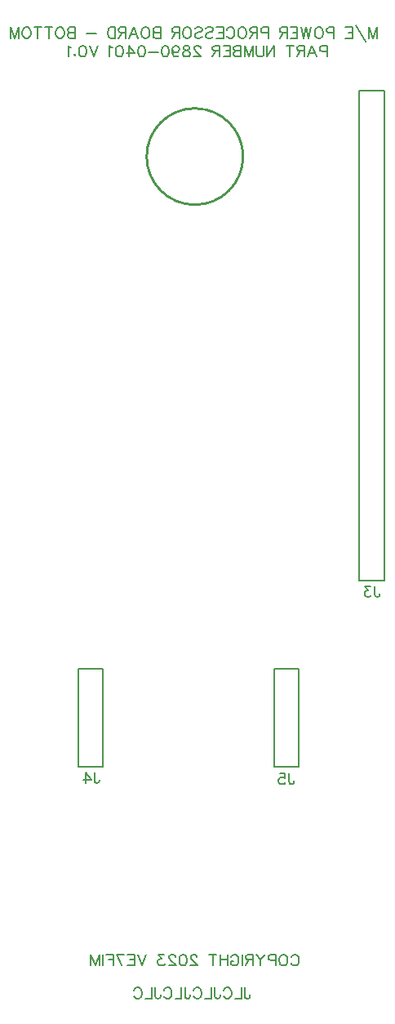
<source format=gbo>
G04 Layer: BottomSilkscreenLayer*
G04 EasyEDA v6.5.29, 2023-07-18 11:37:26*
G04 44a429887d2946ba859a18da238e0ce0,5a6b42c53f6a479593ecc07194224c93,10*
G04 Gerber Generator version 0.2*
G04 Scale: 100 percent, Rotated: No, Reflected: No *
G04 Dimensions in millimeters *
G04 leading zeros omitted , absolute positions ,4 integer and 5 decimal *
%FSLAX45Y45*%
%MOMM*%

%ADD10C,0.2032*%
%ADD11C,0.1524*%
%ADD12C,0.2030*%
%ADD13C,0.2540*%

%LPD*%
D10*
X3029681Y2202017D02*
G01*
X3035137Y2212926D01*
X3046046Y2223836D01*
X3056953Y2229289D01*
X3078772Y2229289D01*
X3089681Y2223836D01*
X3100590Y2212926D01*
X3106046Y2202017D01*
X3111500Y2185654D01*
X3111500Y2158382D01*
X3106046Y2142017D01*
X3100590Y2131108D01*
X3089681Y2120198D01*
X3078772Y2114745D01*
X3056953Y2114745D01*
X3046046Y2120198D01*
X3035137Y2131108D01*
X3029681Y2142017D01*
X2960954Y2229289D02*
G01*
X2971863Y2223836D01*
X2982772Y2212926D01*
X2988228Y2202017D01*
X2993682Y2185654D01*
X2993682Y2158382D01*
X2988228Y2142017D01*
X2982772Y2131108D01*
X2971863Y2120198D01*
X2960954Y2114745D01*
X2939135Y2114745D01*
X2928228Y2120198D01*
X2917319Y2131108D01*
X2911863Y2142017D01*
X2906410Y2158382D01*
X2906410Y2185654D01*
X2911863Y2202017D01*
X2917319Y2212926D01*
X2928228Y2223836D01*
X2939135Y2229289D01*
X2960954Y2229289D01*
X2870410Y2229289D02*
G01*
X2870410Y2114745D01*
X2870410Y2229289D02*
G01*
X2821317Y2229289D01*
X2804955Y2223836D01*
X2799501Y2218382D01*
X2794045Y2207473D01*
X2794045Y2191108D01*
X2799501Y2180198D01*
X2804955Y2174745D01*
X2821317Y2169289D01*
X2870410Y2169289D01*
X2758046Y2229289D02*
G01*
X2714409Y2174745D01*
X2714409Y2114745D01*
X2670774Y2229289D02*
G01*
X2714409Y2174745D01*
X2634772Y2229289D02*
G01*
X2634772Y2114745D01*
X2634772Y2229289D02*
G01*
X2585681Y2229289D01*
X2569319Y2223836D01*
X2563865Y2218382D01*
X2558409Y2207473D01*
X2558409Y2196564D01*
X2563865Y2185654D01*
X2569319Y2180198D01*
X2585681Y2174745D01*
X2634772Y2174745D01*
X2596591Y2174745D02*
G01*
X2558409Y2114745D01*
X2522410Y2229289D02*
G01*
X2522410Y2114745D01*
X2404592Y2202017D02*
G01*
X2410045Y2212926D01*
X2420955Y2223836D01*
X2431864Y2229289D01*
X2453683Y2229289D01*
X2464592Y2223836D01*
X2475501Y2212926D01*
X2480955Y2202017D01*
X2486411Y2185654D01*
X2486411Y2158382D01*
X2480955Y2142017D01*
X2475501Y2131108D01*
X2464592Y2120198D01*
X2453683Y2114745D01*
X2431864Y2114745D01*
X2420955Y2120198D01*
X2410045Y2131108D01*
X2404592Y2142017D01*
X2404592Y2158382D01*
X2431864Y2158382D02*
G01*
X2404592Y2158382D01*
X2368593Y2229289D02*
G01*
X2368593Y2114745D01*
X2292228Y2229289D02*
G01*
X2292228Y2114745D01*
X2368593Y2174745D02*
G01*
X2292228Y2174745D01*
X2218047Y2229289D02*
G01*
X2218047Y2114745D01*
X2256228Y2229289D02*
G01*
X2179866Y2229289D01*
X2054410Y2202017D02*
G01*
X2054410Y2207473D01*
X2048957Y2218382D01*
X2043501Y2223836D01*
X2032591Y2229289D01*
X2010775Y2229289D01*
X1999866Y2223836D01*
X1994410Y2218382D01*
X1988957Y2207473D01*
X1988957Y2196564D01*
X1994410Y2185654D01*
X2005319Y2169289D01*
X2059866Y2114745D01*
X1983501Y2114745D01*
X1914773Y2229289D02*
G01*
X1931139Y2223836D01*
X1942048Y2207473D01*
X1947501Y2180198D01*
X1947501Y2163836D01*
X1942048Y2136564D01*
X1931139Y2120198D01*
X1914773Y2114745D01*
X1903867Y2114745D01*
X1887501Y2120198D01*
X1876592Y2136564D01*
X1871139Y2163836D01*
X1871139Y2180198D01*
X1876592Y2207473D01*
X1887501Y2223836D01*
X1903867Y2229289D01*
X1914773Y2229289D01*
X1829683Y2202017D02*
G01*
X1829683Y2207473D01*
X1824230Y2218382D01*
X1818774Y2223836D01*
X1807865Y2229289D01*
X1786049Y2229289D01*
X1775139Y2223836D01*
X1769684Y2218382D01*
X1764230Y2207473D01*
X1764230Y2196564D01*
X1769684Y2185654D01*
X1780593Y2169289D01*
X1835139Y2114745D01*
X1758774Y2114745D01*
X1711866Y2229289D02*
G01*
X1651866Y2229289D01*
X1684594Y2185654D01*
X1668231Y2185654D01*
X1657322Y2180198D01*
X1651866Y2174745D01*
X1646412Y2158382D01*
X1646412Y2147473D01*
X1651866Y2131108D01*
X1662775Y2120198D01*
X1679138Y2114745D01*
X1695503Y2114745D01*
X1711866Y2120198D01*
X1717321Y2125654D01*
X1722775Y2136564D01*
X1526413Y2229289D02*
G01*
X1482775Y2114745D01*
X1439138Y2229289D02*
G01*
X1482775Y2114745D01*
X1403139Y2229289D02*
G01*
X1403139Y2114745D01*
X1403139Y2229289D02*
G01*
X1332229Y2229289D01*
X1403139Y2174745D02*
G01*
X1359504Y2174745D01*
X1403139Y2114745D02*
G01*
X1332229Y2114745D01*
X1219868Y2229289D02*
G01*
X1274411Y2114745D01*
X1296230Y2229289D02*
G01*
X1219868Y2229289D01*
X1183868Y2229289D02*
G01*
X1183868Y2114745D01*
X1183868Y2229289D02*
G01*
X1112959Y2229289D01*
X1183868Y2174745D02*
G01*
X1140231Y2174745D01*
X1076957Y2229289D02*
G01*
X1076957Y2114745D01*
X1040958Y2229289D02*
G01*
X1040958Y2114745D01*
X1040958Y2229289D02*
G01*
X997323Y2114745D01*
X953686Y2229289D02*
G01*
X997323Y2114745D01*
X953686Y2229289D02*
G01*
X953686Y2114745D01*
X2548890Y1886457D02*
G01*
X2548890Y1799081D01*
X2554477Y1782826D01*
X2559811Y1777237D01*
X2570734Y1771904D01*
X2581656Y1771904D01*
X2592577Y1777237D01*
X2598165Y1782826D01*
X2603500Y1799081D01*
X2603500Y1810004D01*
X2513075Y1886457D02*
G01*
X2513075Y1771904D01*
X2513075Y1771904D02*
G01*
X2447543Y1771904D01*
X2329688Y1859026D02*
G01*
X2335022Y1869947D01*
X2345943Y1880870D01*
X2356865Y1886457D01*
X2378709Y1886457D01*
X2389631Y1880870D01*
X2400554Y1869947D01*
X2406141Y1859026D01*
X2411475Y1842770D01*
X2411475Y1815592D01*
X2406141Y1799081D01*
X2400554Y1788160D01*
X2389631Y1777237D01*
X2378709Y1771904D01*
X2356865Y1771904D01*
X2345943Y1777237D01*
X2335022Y1788160D01*
X2329688Y1799081D01*
X2239263Y1886457D02*
G01*
X2239263Y1799081D01*
X2244597Y1782826D01*
X2249931Y1777237D01*
X2260854Y1771904D01*
X2271775Y1771904D01*
X2282697Y1777237D01*
X2288286Y1782826D01*
X2293620Y1799081D01*
X2293620Y1810004D01*
X2203195Y1886457D02*
G01*
X2203195Y1771904D01*
X2203195Y1771904D02*
G01*
X2137663Y1771904D01*
X2019808Y1859026D02*
G01*
X2025395Y1869947D01*
X2036318Y1880870D01*
X2047240Y1886457D01*
X2068829Y1886457D01*
X2079752Y1880870D01*
X2090674Y1869947D01*
X2096261Y1859026D01*
X2101595Y1842770D01*
X2101595Y1815592D01*
X2096261Y1799081D01*
X2090674Y1788160D01*
X2079752Y1777237D01*
X2068829Y1771904D01*
X2047240Y1771904D01*
X2036318Y1777237D01*
X2025395Y1788160D01*
X2019808Y1799081D01*
X1929384Y1886457D02*
G01*
X1929384Y1799081D01*
X1934718Y1782826D01*
X1940306Y1777237D01*
X1951227Y1771904D01*
X1962150Y1771904D01*
X1973072Y1777237D01*
X1978406Y1782826D01*
X1983740Y1799081D01*
X1983740Y1810004D01*
X1893315Y1886457D02*
G01*
X1893315Y1771904D01*
X1893315Y1771904D02*
G01*
X1827784Y1771904D01*
X1709927Y1859026D02*
G01*
X1715515Y1869947D01*
X1726438Y1880870D01*
X1737359Y1886457D01*
X1759204Y1886457D01*
X1770125Y1880870D01*
X1781047Y1869947D01*
X1786381Y1859026D01*
X1791970Y1842770D01*
X1791970Y1815592D01*
X1786381Y1799081D01*
X1781047Y1788160D01*
X1770125Y1777237D01*
X1759204Y1771904D01*
X1737359Y1771904D01*
X1726438Y1777237D01*
X1715515Y1788160D01*
X1709927Y1799081D01*
X1619504Y1886457D02*
G01*
X1619504Y1799081D01*
X1624838Y1782826D01*
X1630425Y1777237D01*
X1641347Y1771904D01*
X1652270Y1771904D01*
X1663191Y1777237D01*
X1668525Y1782826D01*
X1674113Y1799081D01*
X1674113Y1810004D01*
X1583436Y1886457D02*
G01*
X1583436Y1771904D01*
X1583436Y1771904D02*
G01*
X1518158Y1771904D01*
X1400302Y1859026D02*
G01*
X1405636Y1869947D01*
X1416558Y1880870D01*
X1427479Y1886457D01*
X1449324Y1886457D01*
X1460245Y1880870D01*
X1471168Y1869947D01*
X1476502Y1859026D01*
X1482090Y1842770D01*
X1482090Y1815592D01*
X1476502Y1799081D01*
X1471168Y1788160D01*
X1460245Y1777237D01*
X1449324Y1771904D01*
X1427479Y1771904D01*
X1416558Y1777237D01*
X1405636Y1788160D01*
X1400302Y1799081D01*
X3924300Y11843189D02*
G01*
X3924300Y11728645D01*
X3924300Y11843189D02*
G01*
X3880662Y11728645D01*
X3837028Y11843189D02*
G01*
X3880662Y11728645D01*
X3837028Y11843189D02*
G01*
X3837028Y11728645D01*
X3702845Y11865008D02*
G01*
X3801028Y11690464D01*
X3666845Y11843189D02*
G01*
X3666845Y11728645D01*
X3666845Y11843189D02*
G01*
X3595936Y11843189D01*
X3666845Y11788645D02*
G01*
X3623210Y11788645D01*
X3666845Y11728645D02*
G01*
X3595936Y11728645D01*
X3475936Y11843189D02*
G01*
X3475936Y11728645D01*
X3475936Y11843189D02*
G01*
X3426846Y11843189D01*
X3410483Y11837736D01*
X3405027Y11832282D01*
X3399574Y11821373D01*
X3399574Y11805008D01*
X3405027Y11794098D01*
X3410483Y11788645D01*
X3426846Y11783189D01*
X3475936Y11783189D01*
X3330846Y11843189D02*
G01*
X3341756Y11837736D01*
X3352665Y11826826D01*
X3358118Y11815917D01*
X3363574Y11799554D01*
X3363574Y11772282D01*
X3358118Y11755917D01*
X3352665Y11745008D01*
X3341756Y11734098D01*
X3330846Y11728645D01*
X3309028Y11728645D01*
X3298118Y11734098D01*
X3287209Y11745008D01*
X3281756Y11755917D01*
X3276300Y11772282D01*
X3276300Y11799554D01*
X3281756Y11815917D01*
X3287209Y11826826D01*
X3298118Y11837736D01*
X3309028Y11843189D01*
X3330846Y11843189D01*
X3240300Y11843189D02*
G01*
X3213028Y11728645D01*
X3185756Y11843189D02*
G01*
X3213028Y11728645D01*
X3185756Y11843189D02*
G01*
X3158482Y11728645D01*
X3131210Y11843189D02*
G01*
X3158482Y11728645D01*
X3095210Y11843189D02*
G01*
X3095210Y11728645D01*
X3095210Y11843189D02*
G01*
X3024301Y11843189D01*
X3095210Y11788645D02*
G01*
X3051573Y11788645D01*
X3095210Y11728645D02*
G01*
X3024301Y11728645D01*
X2988302Y11843189D02*
G01*
X2988302Y11728645D01*
X2988302Y11843189D02*
G01*
X2939211Y11843189D01*
X2922846Y11837736D01*
X2917393Y11832282D01*
X2911937Y11821373D01*
X2911937Y11810464D01*
X2917393Y11799554D01*
X2922846Y11794098D01*
X2939211Y11788645D01*
X2988302Y11788645D01*
X2950121Y11788645D02*
G01*
X2911937Y11728645D01*
X2791937Y11843189D02*
G01*
X2791937Y11728645D01*
X2791937Y11843189D02*
G01*
X2742846Y11843189D01*
X2726484Y11837736D01*
X2721030Y11832282D01*
X2715574Y11821373D01*
X2715574Y11805008D01*
X2721030Y11794098D01*
X2726484Y11788645D01*
X2742846Y11783189D01*
X2791937Y11783189D01*
X2679575Y11843189D02*
G01*
X2679575Y11728645D01*
X2679575Y11843189D02*
G01*
X2630484Y11843189D01*
X2614119Y11837736D01*
X2608666Y11832282D01*
X2603212Y11821373D01*
X2603212Y11810464D01*
X2608666Y11799554D01*
X2614119Y11794098D01*
X2630484Y11788645D01*
X2679575Y11788645D01*
X2641394Y11788645D02*
G01*
X2603212Y11728645D01*
X2534485Y11843189D02*
G01*
X2545392Y11837736D01*
X2556301Y11826826D01*
X2561757Y11815917D01*
X2567211Y11799554D01*
X2567211Y11772282D01*
X2561757Y11755917D01*
X2556301Y11745008D01*
X2545392Y11734098D01*
X2534485Y11728645D01*
X2512667Y11728645D01*
X2501757Y11734098D01*
X2490848Y11745008D01*
X2485392Y11755917D01*
X2479939Y11772282D01*
X2479939Y11799554D01*
X2485392Y11815917D01*
X2490848Y11826826D01*
X2501757Y11837736D01*
X2512667Y11843189D01*
X2534485Y11843189D01*
X2362121Y11815917D02*
G01*
X2367574Y11826826D01*
X2378483Y11837736D01*
X2389393Y11843189D01*
X2411211Y11843189D01*
X2422121Y11837736D01*
X2433030Y11826826D01*
X2438483Y11815917D01*
X2443939Y11799554D01*
X2443939Y11772282D01*
X2438483Y11755917D01*
X2433030Y11745008D01*
X2422121Y11734098D01*
X2411211Y11728645D01*
X2389393Y11728645D01*
X2378483Y11734098D01*
X2367574Y11745008D01*
X2362121Y11755917D01*
X2326121Y11843189D02*
G01*
X2326121Y11728645D01*
X2326121Y11843189D02*
G01*
X2255212Y11843189D01*
X2326121Y11788645D02*
G01*
X2282484Y11788645D01*
X2326121Y11728645D02*
G01*
X2255212Y11728645D01*
X2142848Y11826826D02*
G01*
X2153757Y11837736D01*
X2170122Y11843189D01*
X2191938Y11843189D01*
X2208303Y11837736D01*
X2219213Y11826826D01*
X2219213Y11815917D01*
X2213757Y11805008D01*
X2208303Y11799554D01*
X2197394Y11794098D01*
X2164666Y11783189D01*
X2153757Y11777736D01*
X2148304Y11772282D01*
X2142848Y11761373D01*
X2142848Y11745008D01*
X2153757Y11734098D01*
X2170122Y11728645D01*
X2191938Y11728645D01*
X2208303Y11734098D01*
X2219213Y11745008D01*
X2030486Y11826826D02*
G01*
X2041395Y11837736D01*
X2057758Y11843189D01*
X2079576Y11843189D01*
X2095939Y11837736D01*
X2106848Y11826826D01*
X2106848Y11815917D01*
X2101395Y11805008D01*
X2095939Y11799554D01*
X2085030Y11794098D01*
X2052304Y11783189D01*
X2041395Y11777736D01*
X2035939Y11772282D01*
X2030486Y11761373D01*
X2030486Y11745008D01*
X2041395Y11734098D01*
X2057758Y11728645D01*
X2079576Y11728645D01*
X2095939Y11734098D01*
X2106848Y11745008D01*
X1961758Y11843189D02*
G01*
X1972668Y11837736D01*
X1983577Y11826826D01*
X1989030Y11815917D01*
X1994486Y11799554D01*
X1994486Y11772282D01*
X1989030Y11755917D01*
X1983577Y11745008D01*
X1972668Y11734098D01*
X1961758Y11728645D01*
X1939940Y11728645D01*
X1929030Y11734098D01*
X1918121Y11745008D01*
X1912668Y11755917D01*
X1907212Y11772282D01*
X1907212Y11799554D01*
X1912668Y11815917D01*
X1918121Y11826826D01*
X1929030Y11837736D01*
X1939940Y11843189D01*
X1961758Y11843189D01*
X1871212Y11843189D02*
G01*
X1871212Y11728645D01*
X1871212Y11843189D02*
G01*
X1822122Y11843189D01*
X1805759Y11837736D01*
X1800303Y11832282D01*
X1794850Y11821373D01*
X1794850Y11810464D01*
X1800303Y11799554D01*
X1805759Y11794098D01*
X1822122Y11788645D01*
X1871212Y11788645D01*
X1833031Y11788645D02*
G01*
X1794850Y11728645D01*
X1674850Y11843189D02*
G01*
X1674850Y11728645D01*
X1674850Y11843189D02*
G01*
X1625760Y11843189D01*
X1609394Y11837736D01*
X1603941Y11832282D01*
X1598485Y11821373D01*
X1598485Y11810464D01*
X1603941Y11799554D01*
X1609394Y11794098D01*
X1625760Y11788645D01*
X1674850Y11788645D02*
G01*
X1625760Y11788645D01*
X1609394Y11783189D01*
X1603941Y11777736D01*
X1598485Y11766826D01*
X1598485Y11750464D01*
X1603941Y11739554D01*
X1609394Y11734098D01*
X1625760Y11728645D01*
X1674850Y11728645D01*
X1529758Y11843189D02*
G01*
X1540667Y11837736D01*
X1551576Y11826826D01*
X1557032Y11815917D01*
X1562486Y11799554D01*
X1562486Y11772282D01*
X1557032Y11755917D01*
X1551576Y11745008D01*
X1540667Y11734098D01*
X1529758Y11728645D01*
X1507942Y11728645D01*
X1497032Y11734098D01*
X1486123Y11745008D01*
X1480667Y11755917D01*
X1475214Y11772282D01*
X1475214Y11799554D01*
X1480667Y11815917D01*
X1486123Y11826826D01*
X1497032Y11837736D01*
X1507942Y11843189D01*
X1529758Y11843189D01*
X1395577Y11843189D02*
G01*
X1439214Y11728645D01*
X1395577Y11843189D02*
G01*
X1351940Y11728645D01*
X1422849Y11766826D02*
G01*
X1368305Y11766826D01*
X1315940Y11843189D02*
G01*
X1315940Y11728645D01*
X1315940Y11843189D02*
G01*
X1266850Y11843189D01*
X1250487Y11837736D01*
X1245031Y11832282D01*
X1239578Y11821373D01*
X1239578Y11810464D01*
X1245031Y11799554D01*
X1250487Y11794098D01*
X1266850Y11788645D01*
X1315940Y11788645D01*
X1277759Y11788645D02*
G01*
X1239578Y11728645D01*
X1203579Y11843189D02*
G01*
X1203579Y11728645D01*
X1203579Y11843189D02*
G01*
X1165395Y11843189D01*
X1149032Y11837736D01*
X1138123Y11826826D01*
X1132669Y11815917D01*
X1127213Y11799554D01*
X1127213Y11772282D01*
X1132669Y11755917D01*
X1138123Y11745008D01*
X1149032Y11734098D01*
X1165395Y11728645D01*
X1203579Y11728645D01*
X1007214Y11777736D02*
G01*
X909032Y11777736D01*
X789033Y11843189D02*
G01*
X789033Y11728645D01*
X789033Y11843189D02*
G01*
X739942Y11843189D01*
X723579Y11837736D01*
X718124Y11832282D01*
X712670Y11821373D01*
X712670Y11810464D01*
X718124Y11799554D01*
X723579Y11794098D01*
X739942Y11788645D01*
X789033Y11788645D02*
G01*
X739942Y11788645D01*
X723579Y11783189D01*
X718124Y11777736D01*
X712670Y11766826D01*
X712670Y11750464D01*
X718124Y11739554D01*
X723579Y11734098D01*
X739942Y11728645D01*
X789033Y11728645D01*
X643943Y11843189D02*
G01*
X654852Y11837736D01*
X665761Y11826826D01*
X671215Y11815917D01*
X676671Y11799554D01*
X676671Y11772282D01*
X671215Y11755917D01*
X665761Y11745008D01*
X654852Y11734098D01*
X643943Y11728645D01*
X622124Y11728645D01*
X611215Y11734098D01*
X600306Y11745008D01*
X594852Y11755917D01*
X589396Y11772282D01*
X589396Y11799554D01*
X594852Y11815917D01*
X600306Y11826826D01*
X611215Y11837736D01*
X622124Y11843189D01*
X643943Y11843189D01*
X515216Y11843189D02*
G01*
X515216Y11728645D01*
X553397Y11843189D02*
G01*
X477034Y11843189D01*
X402851Y11843189D02*
G01*
X402851Y11728645D01*
X441035Y11843189D02*
G01*
X364670Y11843189D01*
X295943Y11843189D02*
G01*
X306852Y11837736D01*
X317761Y11826826D01*
X323217Y11815917D01*
X328670Y11799554D01*
X328670Y11772282D01*
X323217Y11755917D01*
X317761Y11745008D01*
X306852Y11734098D01*
X295943Y11728645D01*
X274124Y11728645D01*
X263217Y11734098D01*
X252308Y11745008D01*
X246852Y11755917D01*
X241399Y11772282D01*
X241399Y11799554D01*
X246852Y11815917D01*
X252308Y11826826D01*
X263217Y11837736D01*
X274124Y11843189D01*
X295943Y11843189D01*
X205397Y11843189D02*
G01*
X205397Y11728645D01*
X205397Y11843189D02*
G01*
X161762Y11728645D01*
X118125Y11843189D02*
G01*
X161762Y11728645D01*
X118125Y11843189D02*
G01*
X118125Y11728645D01*
X3403600Y11652689D02*
G01*
X3403600Y11538145D01*
X3403600Y11652689D02*
G01*
X3354509Y11652689D01*
X3338146Y11647236D01*
X3332690Y11641782D01*
X3327237Y11630873D01*
X3327237Y11614508D01*
X3332690Y11603598D01*
X3338146Y11598145D01*
X3354509Y11592689D01*
X3403600Y11592689D01*
X3247600Y11652689D02*
G01*
X3291235Y11538145D01*
X3247600Y11652689D02*
G01*
X3203963Y11538145D01*
X3274872Y11576326D02*
G01*
X3220328Y11576326D01*
X3167964Y11652689D02*
G01*
X3167964Y11538145D01*
X3167964Y11652689D02*
G01*
X3118873Y11652689D01*
X3102510Y11647236D01*
X3097055Y11641782D01*
X3091601Y11630873D01*
X3091601Y11619964D01*
X3097055Y11609054D01*
X3102510Y11603598D01*
X3118873Y11598145D01*
X3167964Y11598145D01*
X3129782Y11598145D02*
G01*
X3091601Y11538145D01*
X3017418Y11652689D02*
G01*
X3017418Y11538145D01*
X3055599Y11652689D02*
G01*
X2979237Y11652689D01*
X2859237Y11652689D02*
G01*
X2859237Y11538145D01*
X2859237Y11652689D02*
G01*
X2782874Y11538145D01*
X2782874Y11652689D02*
G01*
X2782874Y11538145D01*
X2746872Y11652689D02*
G01*
X2746872Y11570873D01*
X2741419Y11554508D01*
X2730510Y11543598D01*
X2714147Y11538145D01*
X2703238Y11538145D01*
X2686872Y11543598D01*
X2675966Y11554508D01*
X2670510Y11570873D01*
X2670510Y11652689D01*
X2634510Y11652689D02*
G01*
X2634510Y11538145D01*
X2634510Y11652689D02*
G01*
X2590873Y11538145D01*
X2547238Y11652689D02*
G01*
X2590873Y11538145D01*
X2547238Y11652689D02*
G01*
X2547238Y11538145D01*
X2511237Y11652689D02*
G01*
X2511237Y11538145D01*
X2511237Y11652689D02*
G01*
X2462146Y11652689D01*
X2445783Y11647236D01*
X2440330Y11641782D01*
X2434874Y11630873D01*
X2434874Y11619964D01*
X2440330Y11609054D01*
X2445783Y11603598D01*
X2462146Y11598145D01*
X2511237Y11598145D02*
G01*
X2462146Y11598145D01*
X2445783Y11592689D01*
X2440330Y11587236D01*
X2434874Y11576326D01*
X2434874Y11559964D01*
X2440330Y11549054D01*
X2445783Y11543598D01*
X2462146Y11538145D01*
X2511237Y11538145D01*
X2398875Y11652689D02*
G01*
X2398875Y11538145D01*
X2398875Y11652689D02*
G01*
X2327965Y11652689D01*
X2398875Y11598145D02*
G01*
X2355237Y11598145D01*
X2398875Y11538145D02*
G01*
X2327965Y11538145D01*
X2291966Y11652689D02*
G01*
X2291966Y11538145D01*
X2291966Y11652689D02*
G01*
X2242875Y11652689D01*
X2226510Y11647236D01*
X2221057Y11641782D01*
X2215601Y11630873D01*
X2215601Y11619964D01*
X2221057Y11609054D01*
X2226510Y11603598D01*
X2242875Y11598145D01*
X2291966Y11598145D01*
X2253785Y11598145D02*
G01*
X2215601Y11538145D01*
X2090148Y11625417D02*
G01*
X2090148Y11630873D01*
X2084692Y11641782D01*
X2079238Y11647236D01*
X2068329Y11652689D01*
X2046511Y11652689D01*
X2035601Y11647236D01*
X2030148Y11641782D01*
X2024692Y11630873D01*
X2024692Y11619964D01*
X2030148Y11609054D01*
X2041057Y11592689D01*
X2095601Y11538145D01*
X2019239Y11538145D01*
X1955967Y11652689D02*
G01*
X1972330Y11647236D01*
X1977783Y11636326D01*
X1977783Y11625417D01*
X1972330Y11614508D01*
X1961421Y11609054D01*
X1939602Y11603598D01*
X1923239Y11598145D01*
X1912330Y11587236D01*
X1906874Y11576326D01*
X1906874Y11559964D01*
X1912330Y11549054D01*
X1917783Y11543598D01*
X1934149Y11538145D01*
X1955967Y11538145D01*
X1972330Y11543598D01*
X1977783Y11549054D01*
X1983239Y11559964D01*
X1983239Y11576326D01*
X1977783Y11587236D01*
X1966874Y11598145D01*
X1950511Y11603598D01*
X1928693Y11609054D01*
X1917783Y11614508D01*
X1912330Y11625417D01*
X1912330Y11636326D01*
X1917783Y11647236D01*
X1934149Y11652689D01*
X1955967Y11652689D01*
X1799965Y11614508D02*
G01*
X1805421Y11598145D01*
X1816331Y11587236D01*
X1832693Y11581782D01*
X1838149Y11581782D01*
X1854512Y11587236D01*
X1865421Y11598145D01*
X1870875Y11614508D01*
X1870875Y11619964D01*
X1865421Y11636326D01*
X1854512Y11647236D01*
X1838149Y11652689D01*
X1832693Y11652689D01*
X1816331Y11647236D01*
X1805421Y11636326D01*
X1799965Y11614508D01*
X1799965Y11587236D01*
X1805421Y11559964D01*
X1816331Y11543598D01*
X1832693Y11538145D01*
X1843603Y11538145D01*
X1859965Y11543598D01*
X1865421Y11554508D01*
X1731238Y11652689D02*
G01*
X1747603Y11647236D01*
X1758513Y11630873D01*
X1763966Y11603598D01*
X1763966Y11587236D01*
X1758513Y11559964D01*
X1747603Y11543598D01*
X1731238Y11538145D01*
X1720331Y11538145D01*
X1703966Y11543598D01*
X1693057Y11559964D01*
X1687603Y11587236D01*
X1687603Y11603598D01*
X1693057Y11630873D01*
X1703966Y11647236D01*
X1720331Y11652689D01*
X1731238Y11652689D01*
X1651604Y11587236D02*
G01*
X1553420Y11587236D01*
X1484693Y11652689D02*
G01*
X1501058Y11647236D01*
X1511968Y11630873D01*
X1517421Y11603598D01*
X1517421Y11587236D01*
X1511968Y11559964D01*
X1501058Y11543598D01*
X1484693Y11538145D01*
X1473786Y11538145D01*
X1457421Y11543598D01*
X1446512Y11559964D01*
X1441058Y11587236D01*
X1441058Y11603598D01*
X1446512Y11630873D01*
X1457421Y11647236D01*
X1473786Y11652689D01*
X1484693Y11652689D01*
X1350512Y11652689D02*
G01*
X1405059Y11576326D01*
X1323240Y11576326D01*
X1350512Y11652689D02*
G01*
X1350512Y11538145D01*
X1254513Y11652689D02*
G01*
X1270876Y11647236D01*
X1281785Y11630873D01*
X1287241Y11603598D01*
X1287241Y11587236D01*
X1281785Y11559964D01*
X1270876Y11543598D01*
X1254513Y11538145D01*
X1243604Y11538145D01*
X1227241Y11543598D01*
X1216332Y11559964D01*
X1210876Y11587236D01*
X1210876Y11603598D01*
X1216332Y11630873D01*
X1227241Y11647236D01*
X1243604Y11652689D01*
X1254513Y11652689D01*
X1174877Y11630873D02*
G01*
X1163967Y11636326D01*
X1147605Y11652689D01*
X1147605Y11538145D01*
X1027605Y11652689D02*
G01*
X983968Y11538145D01*
X940333Y11652689D02*
G01*
X983968Y11538145D01*
X871606Y11652689D02*
G01*
X887968Y11647236D01*
X898878Y11630873D01*
X904331Y11603598D01*
X904331Y11587236D01*
X898878Y11559964D01*
X887968Y11543598D01*
X871606Y11538145D01*
X860696Y11538145D01*
X844331Y11543598D01*
X833422Y11559964D01*
X827968Y11587236D01*
X827968Y11603598D01*
X833422Y11630873D01*
X844331Y11647236D01*
X860696Y11652689D01*
X871606Y11652689D01*
X786513Y11565417D02*
G01*
X791969Y11559964D01*
X786513Y11554508D01*
X781060Y11559964D01*
X786513Y11565417D01*
X745060Y11630873D02*
G01*
X734151Y11636326D01*
X717786Y11652689D01*
X717786Y11538145D01*
D11*
X3897744Y6046238D02*
G01*
X3897744Y5963112D01*
X3902941Y5947524D01*
X3908135Y5942329D01*
X3918526Y5937135D01*
X3928917Y5937135D01*
X3939308Y5942329D01*
X3944505Y5947524D01*
X3949700Y5963112D01*
X3949700Y5973503D01*
X3853065Y6046238D02*
G01*
X3795915Y6046238D01*
X3827086Y6004674D01*
X3811501Y6004674D01*
X3801109Y5999479D01*
X3795915Y5994285D01*
X3790718Y5978697D01*
X3790718Y5968306D01*
X3795915Y5952721D01*
X3806304Y5942329D01*
X3821892Y5937135D01*
X3837477Y5937135D01*
X3853065Y5942329D01*
X3858259Y5947524D01*
X3863454Y5957915D01*
X989418Y4116651D02*
G01*
X989418Y4033525D01*
X994615Y4017937D01*
X999810Y4012742D01*
X1010201Y4007548D01*
X1020592Y4007548D01*
X1030983Y4012742D01*
X1036180Y4017937D01*
X1041374Y4033525D01*
X1041374Y4043916D01*
X903175Y4116651D02*
G01*
X955128Y4043916D01*
X877199Y4043916D01*
X903175Y4116651D02*
G01*
X903175Y4007548D01*
X3008718Y4103951D02*
G01*
X3008718Y4020825D01*
X3013915Y4005237D01*
X3019110Y4000042D01*
X3029501Y3994848D01*
X3039892Y3994848D01*
X3050283Y4000042D01*
X3055480Y4005237D01*
X3060674Y4020825D01*
X3060674Y4031216D01*
X2912084Y4103951D02*
G01*
X2964040Y4103951D01*
X2969234Y4057192D01*
X2964040Y4062387D01*
X2948452Y4067583D01*
X2932866Y4067583D01*
X2917278Y4062387D01*
X2906890Y4051998D01*
X2901693Y4036410D01*
X2901693Y4026019D01*
X2906890Y4010433D01*
X2917278Y4000042D01*
X2932866Y3994848D01*
X2948452Y3994848D01*
X2964040Y4000042D01*
X2969234Y4005237D01*
X2974428Y4015628D01*
D10*
X3987792Y11188700D02*
G01*
X4000492Y11188700D01*
X4000492Y6108700D01*
X3733792Y6108700D01*
X3733792Y11188700D01*
X3987792Y11188700D01*
X1079500Y5194300D02*
G01*
X825500Y5194300D01*
X825500Y4178300D01*
X1079500Y4178300D01*
X1079500Y4368800D01*
D12*
X1079500Y5194300D02*
G01*
X1079500Y4368800D01*
D10*
X3111500Y5194300D02*
G01*
X2857500Y5194300D01*
X2857500Y4178300D01*
X3111500Y4178300D01*
X3111500Y4368800D01*
D12*
X3111500Y5194300D02*
G01*
X3111500Y4368800D01*
D13*
G75*
G01
X2531999Y10502900D02*
G03X2531999Y10502900I-499999J0D01*
M02*

</source>
